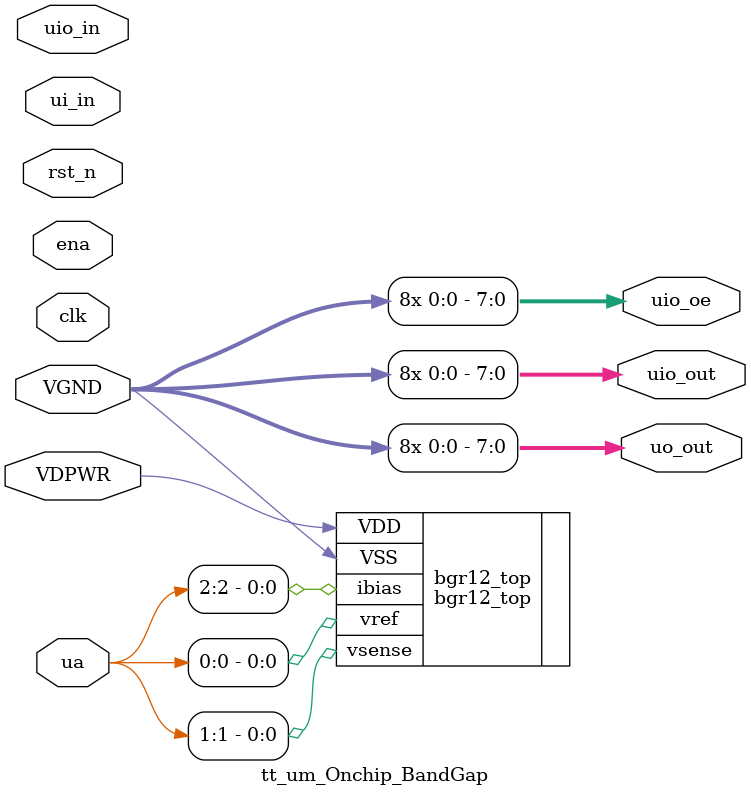
<source format=v>
/*
 * Copyright (c) 2024 Your Name
 * SPDX-License-Identifier: Apache-2.0
 */

`default_nettype none

module tt_um_Onchip_BandGap (
    input  wire       VGND,
    input  wire       VDPWR,    // 1.8v power supply
//    input  wire       VAPWR,    // 3.3v power supply
    input  wire [7:0] ui_in,    // Dedicated inputs
    output wire [7:0] uo_out,   // Dedicated outputs
    input  wire [7:0] uio_in,   // IOs: Input path
    output wire [7:0] uio_out,  // IOs: Output path
    output wire [7:0] uio_oe,   // IOs: Enable path (active high: 0=input, 1=output)
    inout  wire [7:0] ua,       // Analog pins, only ua[5:0] can be used
    input  wire       ena,      // always 1 when the design is powered, so you can ignore it
    input  wire       clk,      // clock
    input  wire       rst_n     // reset_n - low to reset
);

    bgr12_top bgr12_top(
        .VDD(VDPWR),
        .VSS(VGND),
        .ibias(ua[2]),
        .vref(ua[0]),
        .vsense(ua[1])
    );


    // outputs 
    assign uo_out[0] = VGND;
    assign uo_out[1] = VGND;
    assign uo_out[2] = VGND;
    assign uo_out[3] = VGND;
    assign uo_out[4] = VGND;
    assign uo_out[5] = VGND;
    assign uo_out[6] = VGND;
    assign uo_out[7] = VGND;

    // ties for the output enables
    assign uio_out[0] = VGND;
    assign uio_out[1] = VGND;
    assign uio_out[2] = VGND;
    assign uio_out[3] = VGND;
    assign uio_out[4] = VGND;
    assign uio_out[5] = VGND;
    assign uio_out[6] = VGND;
    assign uio_out[7] = VGND;

    assign uio_oe[0] = VGND;
    assign uio_oe[1] = VGND;
    assign uio_oe[2] = VGND;
    assign uio_oe[3] = VGND;
    assign uio_oe[4] = VGND;
    assign uio_oe[5] = VGND;
    assign uio_oe[6] = VGND;
    assign uio_oe[7] = VGND;

endmodule

</source>
